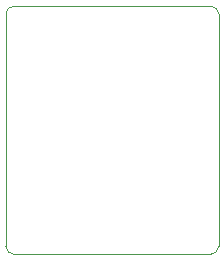
<source format=gbr>
%TF.GenerationSoftware,KiCad,Pcbnew,(5.99.0-13263-g43c85771eb)*%
%TF.CreationDate,2021-11-13T23:18:44+09:00*%
%TF.ProjectId,tinypicokey,74696e79-7069-4636-9f6b-65792e6b6963,rev?*%
%TF.SameCoordinates,Original*%
%TF.FileFunction,Profile,NP*%
%FSLAX46Y46*%
G04 Gerber Fmt 4.6, Leading zero omitted, Abs format (unit mm)*
G04 Created by KiCad (PCBNEW (5.99.0-13263-g43c85771eb)) date 2021-11-13 23:18:44*
%MOMM*%
%LPD*%
G01*
G04 APERTURE LIST*
%TA.AperFunction,Profile*%
%ADD10C,0.100000*%
%TD*%
G04 APERTURE END LIST*
D10*
X111303309Y-78146689D02*
G75*
G03*
X110643310Y-77486690I-659998J1D01*
G01*
X93956690Y-77486690D02*
X110643310Y-77486690D01*
X93296690Y-97823310D02*
G75*
G03*
X93956690Y-98483310I660002J2D01*
G01*
X110643310Y-98483310D02*
X93956690Y-98483310D01*
X110643310Y-98483310D02*
G75*
G03*
X111303310Y-97823310I-2J660002D01*
G01*
X93956690Y-77486690D02*
G75*
G03*
X93296690Y-78146690I2J-660002D01*
G01*
X93296690Y-97823310D02*
X93296690Y-78146690D01*
X111303310Y-78146690D02*
X111303310Y-97823310D01*
M02*

</source>
